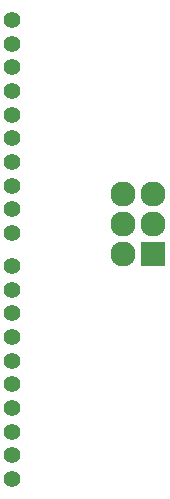
<source format=gbs>
G04 #@! TF.GenerationSoftware,KiCad,Pcbnew,5.0.0-fee4fd1~66~ubuntu18.04.1*
G04 #@! TF.CreationDate,2018-10-13T10:41:21-04:00*
G04 #@! TF.ProjectId,Intro,496E74726F2E6B696361645F70636200,rev?*
G04 #@! TF.SameCoordinates,Original*
G04 #@! TF.FileFunction,Soldermask,Bot*
G04 #@! TF.FilePolarity,Negative*
%FSLAX46Y46*%
G04 Gerber Fmt 4.6, Leading zero omitted, Abs format (unit mm)*
G04 Created by KiCad (PCBNEW 5.0.0-fee4fd1~66~ubuntu18.04.1) date Sat Oct 13 10:41:21 2018*
%MOMM*%
%LPD*%
G01*
G04 APERTURE LIST*
%ADD10R,2.127200X2.127200*%
%ADD11O,2.127200X2.127200*%
%ADD12C,1.400000*%
G04 APERTURE END LIST*
D10*
G04 #@! TO.C,J4*
X137414000Y-80518000D03*
D11*
X134874000Y-80518000D03*
X137414000Y-77978000D03*
X134874000Y-77978000D03*
X137414000Y-75438000D03*
X134874000Y-75438000D03*
G04 #@! TD*
D12*
G04 #@! TO.C,J1*
X125476000Y-81534000D03*
X125476000Y-83534000D03*
X125476000Y-85534000D03*
X125476000Y-95534000D03*
X125476000Y-93534000D03*
X125476000Y-91534000D03*
X125476000Y-89534000D03*
X125476000Y-87534000D03*
X125476000Y-97534000D03*
X125476000Y-99534000D03*
G04 #@! TD*
G04 #@! TO.C,J2*
X125476000Y-78706000D03*
X125476000Y-76706000D03*
X125476000Y-66706000D03*
X125476000Y-68706000D03*
X125476000Y-70706000D03*
X125476000Y-72706000D03*
X125476000Y-74706000D03*
X125476000Y-64706000D03*
X125476000Y-62706000D03*
X125476000Y-60706000D03*
G04 #@! TD*
M02*

</source>
